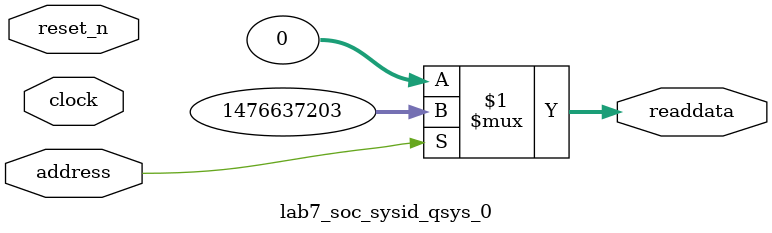
<source format=v>

`timescale 1ns / 1ps
// synthesis translate_on

// turn off superfluous verilog processor warnings 
// altera message_level Level1 
// altera message_off 10034 10035 10036 10037 10230 10240 10030 

module lab7_soc_sysid_qsys_0 (
               // inputs:
                address,
                clock,
                reset_n,

               // outputs:
                readdata
             )
;

  output  [ 31: 0] readdata;
  input            address;
  input            clock;
  input            reset_n;

  wire    [ 31: 0] readdata;
  //control_slave, which is an e_avalon_slave
  assign readdata = address ? 1476637203 : 0;

endmodule




</source>
